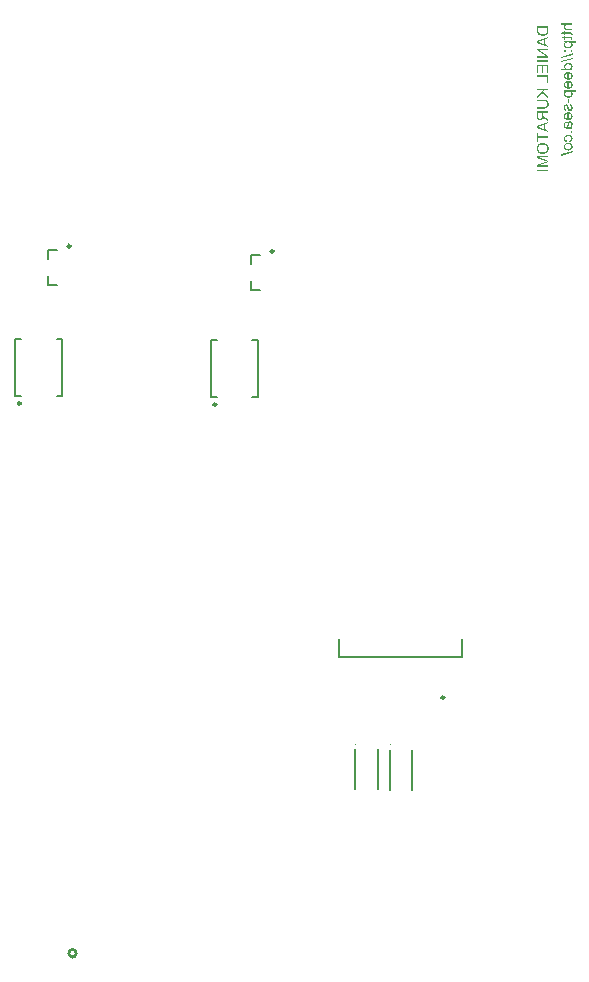
<source format=gbo>
%FSLAX25Y25*%
%MOIN*%
G70*
G01*
G75*
G04 Layer_Color=32896*
%ADD10O,0.06890X0.02165*%
%ADD11O,0.02165X0.06890*%
G04:AMPARAMS|DCode=12|XSize=78.74mil|YSize=39.37mil|CornerRadius=7.87mil|HoleSize=0mil|Usage=FLASHONLY|Rotation=270.000|XOffset=0mil|YOffset=0mil|HoleType=Round|Shape=RoundedRectangle|*
%AMROUNDEDRECTD12*
21,1,0.07874,0.02362,0,0,270.0*
21,1,0.06299,0.03937,0,0,270.0*
1,1,0.01575,-0.01181,-0.03150*
1,1,0.01575,-0.01181,0.03150*
1,1,0.01575,0.01181,0.03150*
1,1,0.01575,0.01181,-0.03150*
%
%ADD12ROUNDEDRECTD12*%
G04:AMPARAMS|DCode=13|XSize=39.37mil|YSize=78.74mil|CornerRadius=7.87mil|HoleSize=0mil|Usage=FLASHONLY|Rotation=270.000|XOffset=0mil|YOffset=0mil|HoleType=Round|Shape=RoundedRectangle|*
%AMROUNDEDRECTD13*
21,1,0.03937,0.06299,0,0,270.0*
21,1,0.02362,0.07874,0,0,270.0*
1,1,0.01575,-0.03150,-0.01181*
1,1,0.01575,-0.03150,0.01181*
1,1,0.01575,0.03150,0.01181*
1,1,0.01575,0.03150,-0.01181*
%
%ADD13ROUNDEDRECTD13*%
%ADD14R,0.03937X0.09449*%
%ADD15R,0.12992X0.09449*%
G04:AMPARAMS|DCode=16|XSize=83mil|YSize=55mil|CornerRadius=13.75mil|HoleSize=0mil|Usage=FLASHONLY|Rotation=90.000|XOffset=0mil|YOffset=0mil|HoleType=Round|Shape=RoundedRectangle|*
%AMROUNDEDRECTD16*
21,1,0.08300,0.02750,0,0,90.0*
21,1,0.05550,0.05500,0,0,90.0*
1,1,0.02750,0.01375,0.02775*
1,1,0.02750,0.01375,-0.02775*
1,1,0.02750,-0.01375,-0.02775*
1,1,0.02750,-0.01375,0.02775*
%
%ADD16ROUNDEDRECTD16*%
%ADD17R,0.03937X0.03937*%
%ADD18R,0.03937X0.03937*%
G04:AMPARAMS|DCode=19|XSize=74.8mil|YSize=74.8mil|CornerRadius=18.7mil|HoleSize=0mil|Usage=FLASHONLY|Rotation=90.000|XOffset=0mil|YOffset=0mil|HoleType=Round|Shape=RoundedRectangle|*
%AMROUNDEDRECTD19*
21,1,0.07480,0.03740,0,0,90.0*
21,1,0.03740,0.07480,0,0,90.0*
1,1,0.03740,0.01870,0.01870*
1,1,0.03740,0.01870,-0.01870*
1,1,0.03740,-0.01870,-0.01870*
1,1,0.03740,-0.01870,0.01870*
%
%ADD19ROUNDEDRECTD19*%
G04:AMPARAMS|DCode=20|XSize=15.75mil|YSize=53.15mil|CornerRadius=3.94mil|HoleSize=0mil|Usage=FLASHONLY|Rotation=90.000|XOffset=0mil|YOffset=0mil|HoleType=Round|Shape=RoundedRectangle|*
%AMROUNDEDRECTD20*
21,1,0.01575,0.04528,0,0,90.0*
21,1,0.00787,0.05315,0,0,90.0*
1,1,0.00787,0.02264,0.00394*
1,1,0.00787,0.02264,-0.00394*
1,1,0.00787,-0.02264,-0.00394*
1,1,0.00787,-0.02264,0.00394*
%
%ADD20ROUNDEDRECTD20*%
G04:AMPARAMS|DCode=21|XSize=70.87mil|YSize=74.8mil|CornerRadius=17.72mil|HoleSize=0mil|Usage=FLASHONLY|Rotation=90.000|XOffset=0mil|YOffset=0mil|HoleType=Round|Shape=RoundedRectangle|*
%AMROUNDEDRECTD21*
21,1,0.07087,0.03937,0,0,90.0*
21,1,0.03543,0.07480,0,0,90.0*
1,1,0.03543,0.01969,0.01772*
1,1,0.03543,0.01969,-0.01772*
1,1,0.03543,-0.01969,-0.01772*
1,1,0.03543,-0.01969,0.01772*
%
%ADD21ROUNDEDRECTD21*%
G04:AMPARAMS|DCode=22|XSize=82.68mil|YSize=62.99mil|CornerRadius=15.75mil|HoleSize=0mil|Usage=FLASHONLY|Rotation=90.000|XOffset=0mil|YOffset=0mil|HoleType=Round|Shape=RoundedRectangle|*
%AMROUNDEDRECTD22*
21,1,0.08268,0.03150,0,0,90.0*
21,1,0.05118,0.06299,0,0,90.0*
1,1,0.03150,0.01575,0.02559*
1,1,0.03150,0.01575,-0.02559*
1,1,0.03150,-0.01575,-0.02559*
1,1,0.03150,-0.01575,0.02559*
%
%ADD22ROUNDEDRECTD22*%
%ADD23R,0.07087X0.08661*%
%ADD24R,0.03740X0.03937*%
%ADD25R,0.07677X0.04724*%
%ADD26R,0.03937X0.03740*%
%ADD27C,0.02000*%
%ADD28C,0.01500*%
%ADD29C,0.01000*%
%ADD30C,0.10000*%
%ADD31C,0.09843*%
%ADD32C,0.10000*%
%ADD33R,0.05906X0.05906*%
%ADD34C,0.05906*%
%ADD35R,0.05906X0.05906*%
%ADD36C,0.05118*%
%ADD37C,0.05000*%
%ADD38R,0.02284X0.04646*%
%ADD39R,0.04134X0.12992*%
%ADD40R,0.41339X0.33071*%
%ADD41R,0.05118X0.02362*%
%ADD42R,0.08661X0.11417*%
%ADD43R,0.04724X0.07677*%
%ADD44C,0.02362*%
%ADD45C,0.00984*%
%ADD46C,0.00394*%
%ADD47C,0.00787*%
%ADD48C,0.00100*%
%ADD49O,0.07690X0.02965*%
%ADD50O,0.02965X0.07690*%
G04:AMPARAMS|DCode=51|XSize=86.74mil|YSize=47.37mil|CornerRadius=11.87mil|HoleSize=0mil|Usage=FLASHONLY|Rotation=270.000|XOffset=0mil|YOffset=0mil|HoleType=Round|Shape=RoundedRectangle|*
%AMROUNDEDRECTD51*
21,1,0.08674,0.02362,0,0,270.0*
21,1,0.06299,0.04737,0,0,270.0*
1,1,0.02375,-0.01181,-0.03150*
1,1,0.02375,-0.01181,0.03150*
1,1,0.02375,0.01181,0.03150*
1,1,0.02375,0.01181,-0.03150*
%
%ADD51ROUNDEDRECTD51*%
G04:AMPARAMS|DCode=52|XSize=47.37mil|YSize=86.74mil|CornerRadius=11.87mil|HoleSize=0mil|Usage=FLASHONLY|Rotation=270.000|XOffset=0mil|YOffset=0mil|HoleType=Round|Shape=RoundedRectangle|*
%AMROUNDEDRECTD52*
21,1,0.04737,0.06299,0,0,270.0*
21,1,0.02362,0.08674,0,0,270.0*
1,1,0.02375,-0.03150,-0.01181*
1,1,0.02375,-0.03150,0.01181*
1,1,0.02375,0.03150,0.01181*
1,1,0.02375,0.03150,-0.01181*
%
%ADD52ROUNDEDRECTD52*%
%ADD53R,0.04737X0.10249*%
%ADD54R,0.13792X0.10249*%
G04:AMPARAMS|DCode=55|XSize=91mil|YSize=63mil|CornerRadius=17.75mil|HoleSize=0mil|Usage=FLASHONLY|Rotation=90.000|XOffset=0mil|YOffset=0mil|HoleType=Round|Shape=RoundedRectangle|*
%AMROUNDEDRECTD55*
21,1,0.09100,0.02750,0,0,90.0*
21,1,0.05550,0.06300,0,0,90.0*
1,1,0.03550,0.01375,0.02775*
1,1,0.03550,0.01375,-0.02775*
1,1,0.03550,-0.01375,-0.02775*
1,1,0.03550,-0.01375,0.02775*
%
%ADD55ROUNDEDRECTD55*%
%ADD56R,0.04737X0.04737*%
%ADD57R,0.04737X0.04737*%
G04:AMPARAMS|DCode=58|XSize=82.8mil|YSize=82.8mil|CornerRadius=22.7mil|HoleSize=0mil|Usage=FLASHONLY|Rotation=90.000|XOffset=0mil|YOffset=0mil|HoleType=Round|Shape=RoundedRectangle|*
%AMROUNDEDRECTD58*
21,1,0.08280,0.03740,0,0,90.0*
21,1,0.03740,0.08280,0,0,90.0*
1,1,0.04540,0.01870,0.01870*
1,1,0.04540,0.01870,-0.01870*
1,1,0.04540,-0.01870,-0.01870*
1,1,0.04540,-0.01870,0.01870*
%
%ADD58ROUNDEDRECTD58*%
G04:AMPARAMS|DCode=59|XSize=23.75mil|YSize=61.15mil|CornerRadius=7.94mil|HoleSize=0mil|Usage=FLASHONLY|Rotation=90.000|XOffset=0mil|YOffset=0mil|HoleType=Round|Shape=RoundedRectangle|*
%AMROUNDEDRECTD59*
21,1,0.02375,0.04528,0,0,90.0*
21,1,0.00787,0.06115,0,0,90.0*
1,1,0.01587,0.02264,0.00394*
1,1,0.01587,0.02264,-0.00394*
1,1,0.01587,-0.02264,-0.00394*
1,1,0.01587,-0.02264,0.00394*
%
%ADD59ROUNDEDRECTD59*%
G04:AMPARAMS|DCode=60|XSize=78.87mil|YSize=82.8mil|CornerRadius=21.72mil|HoleSize=0mil|Usage=FLASHONLY|Rotation=90.000|XOffset=0mil|YOffset=0mil|HoleType=Round|Shape=RoundedRectangle|*
%AMROUNDEDRECTD60*
21,1,0.07887,0.03937,0,0,90.0*
21,1,0.03543,0.08280,0,0,90.0*
1,1,0.04343,0.01969,0.01772*
1,1,0.04343,0.01969,-0.01772*
1,1,0.04343,-0.01969,-0.01772*
1,1,0.04343,-0.01969,0.01772*
%
%ADD60ROUNDEDRECTD60*%
G04:AMPARAMS|DCode=61|XSize=90.68mil|YSize=70.99mil|CornerRadius=19.75mil|HoleSize=0mil|Usage=FLASHONLY|Rotation=90.000|XOffset=0mil|YOffset=0mil|HoleType=Round|Shape=RoundedRectangle|*
%AMROUNDEDRECTD61*
21,1,0.09068,0.03150,0,0,90.0*
21,1,0.05118,0.07099,0,0,90.0*
1,1,0.03950,0.01575,0.02559*
1,1,0.03950,0.01575,-0.02559*
1,1,0.03950,-0.01575,-0.02559*
1,1,0.03950,-0.01575,0.02559*
%
%ADD61ROUNDEDRECTD61*%
%ADD62R,0.07887X0.09461*%
%ADD63R,0.04540X0.04737*%
%ADD64R,0.08477X0.05524*%
%ADD65R,0.04737X0.04540*%
%ADD66C,0.10642*%
%ADD67C,0.10800*%
%ADD68R,0.06706X0.06706*%
%ADD69C,0.06706*%
%ADD70R,0.06706X0.06706*%
%ADD71C,0.05918*%
%ADD72R,0.03084X0.05446*%
%ADD73R,0.04934X0.13792*%
%ADD74R,0.42139X0.33871*%
%ADD75R,0.05918X0.03162*%
%ADD76R,0.09461X0.12217*%
%ADD77R,0.05524X0.08477*%
G36*
X432551Y491909D02*
X432546Y491782D01*
X432540Y491665D01*
X432529Y491560D01*
X432518Y491471D01*
X432507Y491393D01*
X432501Y491338D01*
X432496Y491321D01*
X432490Y491304D01*
Y491299D01*
Y491293D01*
X432462Y491193D01*
X432429Y491105D01*
X432401Y491027D01*
X432368Y490960D01*
X432340Y490905D01*
X432318Y490866D01*
X432301Y490844D01*
X432296Y490833D01*
X432246Y490761D01*
X432185Y490699D01*
X432129Y490638D01*
X432074Y490589D01*
X432024Y490544D01*
X431985Y490511D01*
X431957Y490489D01*
X431946Y490483D01*
X431857Y490427D01*
X431763Y490372D01*
X431674Y490328D01*
X431586Y490294D01*
X431508Y490261D01*
X431447Y490239D01*
X431425Y490233D01*
X431408Y490228D01*
X431397Y490222D01*
X431391D01*
X431258Y490189D01*
X431125Y490161D01*
X430997Y490144D01*
X430875Y490128D01*
X430770Y490122D01*
X430725D01*
X430686Y490117D01*
X430614D01*
X430426Y490122D01*
X430254Y490139D01*
X430098Y490167D01*
X430026Y490178D01*
X429965Y490194D01*
X429904Y490211D01*
X429854Y490222D01*
X429810Y490233D01*
X429771Y490250D01*
X429737Y490255D01*
X429715Y490267D01*
X429704Y490272D01*
X429699D01*
X429554Y490333D01*
X429426Y490405D01*
X429316Y490483D01*
X429221Y490555D01*
X429143Y490622D01*
X429088Y490677D01*
X429071Y490699D01*
X429055Y490716D01*
X429049Y490722D01*
X429044Y490727D01*
X428971Y490816D01*
X428916Y490910D01*
X428866Y491005D01*
X428827Y491093D01*
X428799Y491171D01*
X428783Y491232D01*
X428772Y491255D01*
Y491271D01*
X428766Y491282D01*
Y491288D01*
X428749Y491382D01*
X428733Y491493D01*
X428722Y491604D01*
X428716Y491715D01*
X428711Y491815D01*
Y491859D01*
Y491898D01*
Y491926D01*
Y491948D01*
Y491965D01*
Y491970D01*
Y493291D01*
X432551D01*
Y491909D01*
D02*
G37*
G36*
X440618Y451279D02*
X436644Y450163D01*
Y450541D01*
X440618Y451656D01*
Y451279D01*
D02*
G37*
G36*
X432551Y489301D02*
X431386Y488885D01*
Y487275D01*
X432551Y486826D01*
Y486248D01*
X428711Y487819D01*
Y488374D01*
X432551Y489839D01*
Y489301D01*
D02*
G37*
G36*
Y481370D02*
X428711D01*
Y481881D01*
X432551D01*
Y481370D01*
D02*
G37*
G36*
Y485355D02*
X429537D01*
X432551Y483346D01*
Y482819D01*
X428711D01*
Y483307D01*
X431730D01*
X428711Y485322D01*
Y485843D01*
X432551D01*
Y485355D01*
D02*
G37*
G36*
X439885Y461607D02*
X439941Y461602D01*
X440057Y461574D01*
X440152Y461535D01*
X440235Y461491D01*
X440301Y461446D01*
X440351Y461408D01*
X440379Y461380D01*
X440390Y461369D01*
X440462Y461269D01*
X440518Y461158D01*
X440557Y461036D01*
X440585Y460925D01*
X440601Y460825D01*
X440607Y460780D01*
Y460742D01*
X440612Y460708D01*
Y460686D01*
Y460669D01*
Y460664D01*
X440607Y460564D01*
X440596Y460464D01*
X440585Y460375D01*
X440568Y460298D01*
X440551Y460237D01*
X440534Y460187D01*
X440529Y460153D01*
X440523Y460142D01*
X440485Y460048D01*
X440435Y459959D01*
X440379Y459876D01*
X440329Y459793D01*
X440279Y459726D01*
X440240Y459676D01*
X440213Y459643D01*
X440202Y459637D01*
Y459632D01*
X440274Y459621D01*
X440340Y459609D01*
X440401Y459598D01*
X440451Y459582D01*
X440496Y459565D01*
X440523Y459554D01*
X440546Y459548D01*
X440551Y459543D01*
Y459049D01*
X440490Y459077D01*
X440429Y459104D01*
X440374Y459127D01*
X440324Y459138D01*
X440279Y459154D01*
X440246Y459160D01*
X440224Y459165D01*
X440218D01*
X440179Y459171D01*
X440129Y459176D01*
X440074D01*
X440013Y459182D01*
X439874Y459188D01*
X439735D01*
X439602Y459193D01*
X438648D01*
X438553Y459199D01*
X438481Y459204D01*
X438420D01*
X438376Y459210D01*
X438342Y459215D01*
X438326Y459221D01*
X438320D01*
X438248Y459237D01*
X438187Y459260D01*
X438137Y459282D01*
X438087Y459310D01*
X438054Y459332D01*
X438026Y459348D01*
X438009Y459360D01*
X438004Y459365D01*
X437959Y459410D01*
X437915Y459459D01*
X437882Y459515D01*
X437848Y459571D01*
X437826Y459621D01*
X437810Y459659D01*
X437798Y459687D01*
X437793Y459698D01*
X437765Y459787D01*
X437743Y459881D01*
X437726Y459976D01*
X437715Y460070D01*
X437710Y460153D01*
X437704Y460214D01*
Y460242D01*
Y460259D01*
Y460270D01*
Y460275D01*
X437710Y460409D01*
X437721Y460525D01*
X437737Y460636D01*
X437754Y460725D01*
X437771Y460803D01*
X437787Y460858D01*
X437793Y460880D01*
X437798Y460897D01*
X437804Y460903D01*
Y460908D01*
X437843Y461002D01*
X437893Y461086D01*
X437937Y461158D01*
X437982Y461219D01*
X438026Y461263D01*
X438059Y461297D01*
X438081Y461319D01*
X438087Y461324D01*
X438159Y461374D01*
X438237Y461419D01*
X438314Y461452D01*
X438387Y461480D01*
X438459Y461502D01*
X438509Y461519D01*
X438531Y461524D01*
X438548D01*
X438553Y461530D01*
X438559D01*
X438620Y461069D01*
X438520Y461036D01*
X438431Y461002D01*
X438359Y460964D01*
X438303Y460930D01*
X438259Y460897D01*
X438231Y460869D01*
X438215Y460847D01*
X438209Y460842D01*
X438170Y460775D01*
X438142Y460697D01*
X438120Y460614D01*
X438109Y460536D01*
X438098Y460459D01*
X438093Y460403D01*
Y460381D01*
Y460364D01*
Y460353D01*
Y460348D01*
X438098Y460220D01*
X438115Y460109D01*
X438142Y460020D01*
X438170Y459942D01*
X438203Y459887D01*
X438226Y459842D01*
X438248Y459815D01*
X438253Y459809D01*
X438303Y459765D01*
X438365Y459731D01*
X438431Y459704D01*
X438498Y459687D01*
X438559Y459676D01*
X438614Y459670D01*
X438731D01*
X438764Y459676D01*
X438781D01*
X438797Y459731D01*
X438814Y459793D01*
X438847Y459920D01*
X438875Y460065D01*
X438903Y460198D01*
X438914Y460264D01*
X438919Y460325D01*
X438931Y460381D01*
X438936Y460425D01*
X438942Y460464D01*
Y460492D01*
X438947Y460514D01*
Y460520D01*
X438958Y460619D01*
X438975Y460703D01*
X438986Y460775D01*
X438997Y460830D01*
X439003Y460875D01*
X439014Y460908D01*
X439019Y460930D01*
Y460936D01*
X439042Y461008D01*
X439064Y461069D01*
X439091Y461130D01*
X439114Y461180D01*
X439136Y461224D01*
X439158Y461252D01*
X439169Y461274D01*
X439175Y461280D01*
X439214Y461335D01*
X439258Y461380D01*
X439302Y461424D01*
X439347Y461457D01*
X439386Y461485D01*
X439419Y461508D01*
X439441Y461519D01*
X439447Y461524D01*
X439508Y461552D01*
X439574Y461574D01*
X439635Y461591D01*
X439697Y461602D01*
X439746Y461607D01*
X439785Y461613D01*
X439819D01*
X439885Y461607D01*
D02*
G37*
G36*
X439308Y464593D02*
X439425Y464582D01*
X439536Y464566D01*
X439635Y464543D01*
X439730Y464516D01*
X439819Y464488D01*
X439896Y464455D01*
X439968Y464421D01*
X440029Y464388D01*
X440085Y464355D01*
X440129Y464327D01*
X440168Y464299D01*
X440202Y464277D01*
X440224Y464260D01*
X440235Y464249D01*
X440240Y464244D01*
X440307Y464172D01*
X440363Y464099D01*
X440412Y464022D01*
X440457Y463938D01*
X440490Y463861D01*
X440523Y463777D01*
X440568Y463622D01*
X440579Y463550D01*
X440590Y463483D01*
X440601Y463422D01*
X440607Y463372D01*
X440612Y463333D01*
Y463300D01*
Y463278D01*
Y463272D01*
X440601Y463100D01*
X440573Y462945D01*
X440540Y462806D01*
X440518Y462751D01*
X440496Y462695D01*
X440474Y462645D01*
X440451Y462601D01*
X440435Y462568D01*
X440418Y462534D01*
X440401Y462512D01*
X440390Y462495D01*
X440379Y462484D01*
Y462479D01*
X440279Y462368D01*
X440174Y462279D01*
X440063Y462201D01*
X439957Y462146D01*
X439863Y462101D01*
X439819Y462085D01*
X439785Y462068D01*
X439752Y462057D01*
X439730Y462051D01*
X439719Y462046D01*
X439713D01*
X439652Y462534D01*
X439757Y462579D01*
X439846Y462629D01*
X439924Y462678D01*
X439985Y462723D01*
X440029Y462762D01*
X440063Y462795D01*
X440085Y462823D01*
X440091Y462828D01*
X440135Y462900D01*
X440168Y462973D01*
X440190Y463050D01*
X440207Y463117D01*
X440218Y463178D01*
X440224Y463228D01*
Y463261D01*
Y463267D01*
Y463272D01*
X440218Y463339D01*
X440213Y463400D01*
X440185Y463511D01*
X440146Y463611D01*
X440102Y463700D01*
X440063Y463766D01*
X440024Y463816D01*
X439996Y463850D01*
X439985Y463855D01*
Y463861D01*
X439885Y463938D01*
X439774Y463999D01*
X439652Y464044D01*
X439541Y464077D01*
X439441Y464094D01*
X439397Y464105D01*
X439358Y464110D01*
X439325D01*
X439302Y464116D01*
X439280D01*
Y462035D01*
X439225Y462029D01*
X439158D01*
X439031Y462035D01*
X438914Y462046D01*
X438803Y462063D01*
X438697Y462085D01*
X438603Y462112D01*
X438514Y462140D01*
X438437Y462174D01*
X438365Y462207D01*
X438298Y462240D01*
X438242Y462273D01*
X438198Y462301D01*
X438159Y462329D01*
X438126Y462351D01*
X438104Y462368D01*
X438093Y462379D01*
X438087Y462384D01*
X438020Y462451D01*
X437959Y462523D01*
X437909Y462601D01*
X437865Y462678D01*
X437826Y462756D01*
X437798Y462828D01*
X437771Y462906D01*
X437754Y462973D01*
X437737Y463045D01*
X437726Y463106D01*
X437715Y463161D01*
X437710Y463206D01*
X437704Y463245D01*
Y463278D01*
Y463295D01*
Y463300D01*
X437710Y463406D01*
X437721Y463506D01*
X437737Y463600D01*
X437765Y463689D01*
X437793Y463772D01*
X437826Y463850D01*
X437859Y463922D01*
X437898Y463983D01*
X437932Y464044D01*
X437970Y464094D01*
X438004Y464138D01*
X438031Y464172D01*
X438059Y464199D01*
X438076Y464221D01*
X438087Y464232D01*
X438093Y464238D01*
X438170Y464299D01*
X438253Y464355D01*
X438337Y464405D01*
X438425Y464449D01*
X438520Y464482D01*
X438609Y464510D01*
X438786Y464554D01*
X438864Y464571D01*
X438942Y464582D01*
X439008Y464588D01*
X439069Y464593D01*
X439119Y464599D01*
X439186D01*
X439308Y464593D01*
D02*
G37*
G36*
X440551Y457795D02*
X440013D01*
Y458333D01*
X440551D01*
Y457795D01*
D02*
G37*
G36*
X439286Y454459D02*
X439408Y454448D01*
X439519Y454431D01*
X439624Y454409D01*
X439719Y454381D01*
X439808Y454354D01*
X439891Y454320D01*
X439963Y454287D01*
X440029Y454254D01*
X440085Y454220D01*
X440129Y454193D01*
X440168Y454165D01*
X440202Y454143D01*
X440224Y454126D01*
X440235Y454115D01*
X440240Y454109D01*
X440307Y454037D01*
X440363Y453965D01*
X440412Y453887D01*
X440457Y453810D01*
X440490Y453732D01*
X440523Y453649D01*
X440568Y453499D01*
X440579Y453432D01*
X440590Y453366D01*
X440601Y453310D01*
X440607Y453260D01*
X440612Y453216D01*
Y453188D01*
Y453166D01*
Y453160D01*
X440607Y453027D01*
X440585Y452905D01*
X440557Y452788D01*
X440529Y452694D01*
X440496Y452611D01*
X440485Y452577D01*
X440474Y452550D01*
X440462Y452522D01*
X440451Y452505D01*
X440446Y452500D01*
Y452494D01*
X440374Y452383D01*
X440296Y452289D01*
X440218Y452206D01*
X440140Y452139D01*
X440074Y452089D01*
X440018Y452050D01*
X439996Y452039D01*
X439980Y452028D01*
X439974Y452023D01*
X439968D01*
X439841Y451967D01*
X439702Y451928D01*
X439563Y451895D01*
X439425Y451878D01*
X439363Y451867D01*
X439308D01*
X439253Y451862D01*
X439208Y451856D01*
X439119D01*
X438997Y451862D01*
X438886Y451873D01*
X438781Y451889D01*
X438681Y451911D01*
X438587Y451939D01*
X438503Y451973D01*
X438420Y452006D01*
X438353Y452039D01*
X438292Y452072D01*
X438237Y452106D01*
X438187Y452139D01*
X438148Y452167D01*
X438120Y452189D01*
X438098Y452206D01*
X438087Y452217D01*
X438081Y452222D01*
X438015Y452294D01*
X437959Y452367D01*
X437904Y452444D01*
X437865Y452522D01*
X437826Y452600D01*
X437798Y452677D01*
X437748Y452827D01*
X437737Y452899D01*
X437726Y452960D01*
X437715Y453016D01*
X437710Y453066D01*
X437704Y453105D01*
Y453132D01*
Y453155D01*
Y453160D01*
X437710Y453255D01*
X437715Y453343D01*
X437754Y453515D01*
X437804Y453665D01*
X437832Y453732D01*
X437859Y453793D01*
X437887Y453849D01*
X437915Y453893D01*
X437943Y453937D01*
X437965Y453971D01*
X437987Y453998D01*
X438004Y454021D01*
X438009Y454032D01*
X438015Y454037D01*
X438087Y454115D01*
X438170Y454176D01*
X438259Y454237D01*
X438348Y454281D01*
X438442Y454326D01*
X438542Y454359D01*
X438636Y454387D01*
X438725Y454409D01*
X438814Y454431D01*
X438892Y454442D01*
X438969Y454453D01*
X439031Y454459D01*
X439086D01*
X439125Y454464D01*
X439158D01*
X439286Y454459D01*
D02*
G37*
G36*
X439297Y457106D02*
X439413Y457095D01*
X439530Y457079D01*
X439630Y457056D01*
X439730Y457034D01*
X439813Y457001D01*
X439896Y456973D01*
X439968Y456940D01*
X440029Y456907D01*
X440085Y456879D01*
X440135Y456846D01*
X440174Y456823D01*
X440202Y456801D01*
X440224Y456784D01*
X440235Y456773D01*
X440240Y456768D01*
X440307Y456701D01*
X440363Y456629D01*
X440412Y456557D01*
X440457Y456479D01*
X440490Y456401D01*
X440523Y456329D01*
X440568Y456180D01*
X440579Y456113D01*
X440590Y456052D01*
X440601Y455996D01*
X440607Y455946D01*
X440612Y455907D01*
Y455880D01*
Y455858D01*
Y455852D01*
X440607Y455769D01*
X440601Y455686D01*
X440568Y455541D01*
X440529Y455408D01*
X440479Y455297D01*
X440451Y455253D01*
X440429Y455208D01*
X440407Y455169D01*
X440385Y455142D01*
X440368Y455119D01*
X440357Y455103D01*
X440351Y455092D01*
X440346Y455086D01*
X440290Y455031D01*
X440235Y454981D01*
X440113Y454892D01*
X439985Y454820D01*
X439868Y454770D01*
X439757Y454731D01*
X439713Y454720D01*
X439669Y454709D01*
X439635Y454703D01*
X439613Y454698D01*
X439597Y454692D01*
X439591D01*
X439530Y455158D01*
X439652Y455181D01*
X439763Y455214D01*
X439852Y455258D01*
X439924Y455297D01*
X439985Y455336D01*
X440024Y455369D01*
X440052Y455386D01*
X440057Y455397D01*
X440113Y455469D01*
X440152Y455547D01*
X440185Y455624D01*
X440202Y455697D01*
X440213Y455758D01*
X440218Y455813D01*
X440224Y455847D01*
Y455852D01*
Y455858D01*
X440218Y455919D01*
X440213Y455980D01*
X440185Y456091D01*
X440146Y456185D01*
X440096Y456268D01*
X440052Y456329D01*
X440013Y456379D01*
X439985Y456407D01*
X439974Y456418D01*
X439924Y456457D01*
X439863Y456490D01*
X439741Y456540D01*
X439602Y456579D01*
X439469Y456601D01*
X439347Y456618D01*
X439297Y456624D01*
X439247D01*
X439214Y456629D01*
X439058D01*
X438964Y456618D01*
X438875Y456607D01*
X438797Y456596D01*
X438725Y456579D01*
X438659Y456557D01*
X438598Y456540D01*
X438542Y456518D01*
X438498Y456496D01*
X438459Y456479D01*
X438425Y456457D01*
X438398Y456440D01*
X438376Y456429D01*
X438359Y456418D01*
X438353Y456407D01*
X438348D01*
X438303Y456363D01*
X438265Y456318D01*
X438198Y456224D01*
X438154Y456124D01*
X438126Y456035D01*
X438104Y455952D01*
X438098Y455891D01*
X438093Y455863D01*
Y455847D01*
Y455835D01*
Y455830D01*
X438098Y455747D01*
X438115Y455669D01*
X438137Y455602D01*
X438165Y455541D01*
X438192Y455497D01*
X438215Y455458D01*
X438231Y455436D01*
X438237Y455430D01*
X438292Y455375D01*
X438359Y455325D01*
X438431Y455280D01*
X438498Y455253D01*
X438559Y455225D01*
X438609Y455208D01*
X438642Y455203D01*
X438648Y455197D01*
X438653D01*
X438581Y454737D01*
X438431Y454775D01*
X438303Y454831D01*
X438192Y454892D01*
X438104Y454953D01*
X438031Y455014D01*
X437982Y455064D01*
X437948Y455097D01*
X437937Y455103D01*
Y455108D01*
X437859Y455225D01*
X437804Y455347D01*
X437759Y455469D01*
X437732Y455586D01*
X437715Y455691D01*
X437710Y455735D01*
Y455769D01*
X437704Y455802D01*
Y455824D01*
Y455841D01*
Y455847D01*
X437710Y455980D01*
X437732Y456102D01*
X437759Y456218D01*
X437787Y456313D01*
X437821Y456396D01*
X437837Y456429D01*
X437848Y456457D01*
X437859Y456479D01*
X437871Y456496D01*
X437876Y456507D01*
Y456512D01*
X437943Y456618D01*
X438026Y456712D01*
X438109Y456790D01*
X438192Y456857D01*
X438265Y456907D01*
X438326Y456940D01*
X438348Y456951D01*
X438365Y456962D01*
X438376Y456968D01*
X438381D01*
X438514Y457018D01*
X438648Y457051D01*
X438781Y457079D01*
X438903Y457095D01*
X438958Y457101D01*
X439008Y457106D01*
X439053D01*
X439091Y457112D01*
X439169D01*
X439297Y457106D01*
D02*
G37*
G36*
X429166Y456528D02*
X432551D01*
Y456017D01*
X429166D01*
Y454752D01*
X428711D01*
Y457794D01*
X429166D01*
Y456528D01*
D02*
G37*
G36*
X432551Y460968D02*
X431386Y460552D01*
Y458942D01*
X432551Y458493D01*
Y457916D01*
X428711Y459486D01*
Y460041D01*
X432551Y461507D01*
Y460968D01*
D02*
G37*
G36*
X430875Y454369D02*
X431047Y454347D01*
X431214Y454314D01*
X431286Y454291D01*
X431358Y454269D01*
X431419Y454253D01*
X431474Y454230D01*
X431524Y454214D01*
X431569Y454197D01*
X431602Y454186D01*
X431624Y454175D01*
X431641Y454164D01*
X431646D01*
X431808Y454070D01*
X431946Y453970D01*
X432068Y453859D01*
X432168Y453753D01*
X432252Y453659D01*
X432285Y453620D01*
X432307Y453587D01*
X432329Y453553D01*
X432346Y453531D01*
X432351Y453520D01*
X432357Y453514D01*
X432401Y453431D01*
X432440Y453348D01*
X432507Y453182D01*
X432551Y453020D01*
X432584Y452871D01*
X432596Y452799D01*
X432601Y452738D01*
X432612Y452682D01*
Y452632D01*
X432618Y452599D01*
Y452565D01*
Y452549D01*
Y452543D01*
X432607Y452360D01*
X432579Y452188D01*
X432546Y452027D01*
X432523Y451955D01*
X432501Y451888D01*
X432479Y451827D01*
X432457Y451772D01*
X432440Y451727D01*
X432423Y451688D01*
X432407Y451655D01*
X432396Y451627D01*
X432385Y451616D01*
Y451611D01*
X432285Y451455D01*
X432174Y451322D01*
X432057Y451211D01*
X431946Y451117D01*
X431841Y451039D01*
X431802Y451011D01*
X431763Y450989D01*
X431730Y450967D01*
X431708Y450956D01*
X431691Y450945D01*
X431685D01*
X431597Y450900D01*
X431508Y450867D01*
X431330Y450806D01*
X431153Y450762D01*
X430992Y450734D01*
X430920Y450728D01*
X430853Y450717D01*
X430792Y450712D01*
X430742D01*
X430697Y450706D01*
X430642D01*
X430431Y450717D01*
X430237Y450739D01*
X430148Y450756D01*
X430059Y450778D01*
X429982Y450801D01*
X429909Y450817D01*
X429843Y450839D01*
X429782Y450862D01*
X429732Y450878D01*
X429687Y450900D01*
X429654Y450912D01*
X429632Y450923D01*
X429615Y450934D01*
X429610D01*
X429449Y451022D01*
X429304Y451128D01*
X429182Y451239D01*
X429082Y451339D01*
X429005Y451433D01*
X428971Y451478D01*
X428944Y451511D01*
X428927Y451544D01*
X428910Y451566D01*
X428905Y451578D01*
X428899Y451583D01*
X428855Y451666D01*
X428816Y451750D01*
X428749Y451910D01*
X428705Y452077D01*
X428677Y452221D01*
X428666Y452288D01*
X428655Y452354D01*
X428650Y452404D01*
Y452454D01*
X428644Y452493D01*
Y452521D01*
Y452538D01*
Y452543D01*
X428650Y452693D01*
X428666Y452832D01*
X428694Y452965D01*
X428727Y453093D01*
X428772Y453209D01*
X428816Y453320D01*
X428866Y453420D01*
X428916Y453509D01*
X428966Y453592D01*
X429016Y453664D01*
X429060Y453725D01*
X429105Y453775D01*
X429138Y453814D01*
X429166Y453848D01*
X429182Y453864D01*
X429188Y453870D01*
X429293Y453959D01*
X429404Y454036D01*
X429526Y454108D01*
X429648Y454164D01*
X429776Y454214D01*
X429898Y454258D01*
X430020Y454291D01*
X430137Y454314D01*
X430248Y454336D01*
X430353Y454353D01*
X430448Y454364D01*
X430525Y454375D01*
X430592D01*
X430642Y454380D01*
X430686D01*
X430875Y454369D01*
D02*
G37*
G36*
X432551Y444984D02*
X428711D01*
Y445495D01*
X432551D01*
Y444984D01*
D02*
G37*
G36*
Y449579D02*
X429282D01*
X432551Y448469D01*
Y448014D01*
X429338Y446893D01*
X432551D01*
Y446405D01*
X428711D01*
Y447088D01*
X431386Y448009D01*
X431530Y448059D01*
X431652Y448098D01*
X431757Y448137D01*
X431846Y448164D01*
X431913Y448186D01*
X431963Y448203D01*
X431991Y448209D01*
X432002Y448214D01*
X431924Y448236D01*
X431835Y448264D01*
X431741Y448298D01*
X431646Y448325D01*
X431563Y448353D01*
X431497Y448375D01*
X431469Y448386D01*
X431452Y448392D01*
X431441Y448397D01*
X431436D01*
X428711Y449308D01*
Y450068D01*
X432551D01*
Y449579D01*
D02*
G37*
G36*
Y474510D02*
X432096D01*
Y476403D01*
X428711D01*
Y476913D01*
X432551D01*
Y474510D01*
D02*
G37*
G36*
Y477596D02*
X432096D01*
Y479955D01*
X430792D01*
Y477829D01*
X430337D01*
Y479955D01*
X429166D01*
Y477685D01*
X428711D01*
Y480465D01*
X432551D01*
Y477596D01*
D02*
G37*
G36*
Y471924D02*
X431219D01*
X430614Y471297D01*
X432551Y469931D01*
Y469260D01*
X430270Y470941D01*
X428711Y469332D01*
Y470026D01*
X430620Y471924D01*
X428711D01*
Y472434D01*
X432551D01*
Y471924D01*
D02*
G37*
G36*
Y464442D02*
X430847D01*
Y463854D01*
Y463788D01*
X430853Y463727D01*
Y463682D01*
X430858Y463643D01*
X430864Y463616D01*
Y463593D01*
X430869Y463582D01*
Y463577D01*
X430897Y463488D01*
X430914Y463449D01*
X430931Y463416D01*
X430947Y463382D01*
X430958Y463360D01*
X430964Y463349D01*
X430969Y463343D01*
X431003Y463299D01*
X431042Y463255D01*
X431125Y463171D01*
X431164Y463133D01*
X431197Y463105D01*
X431219Y463088D01*
X431225Y463083D01*
X431302Y463027D01*
X431386Y462966D01*
X431474Y462905D01*
X431558Y462844D01*
X431635Y462794D01*
X431697Y462755D01*
X431719Y462739D01*
X431735Y462727D01*
X431746Y462716D01*
X431752D01*
X432551Y462211D01*
Y461579D01*
X431508Y462239D01*
X431397Y462317D01*
X431297Y462389D01*
X431214Y462461D01*
X431136Y462522D01*
X431080Y462578D01*
X431036Y462622D01*
X431008Y462650D01*
X430997Y462661D01*
X430964Y462705D01*
X430925Y462755D01*
X430864Y462855D01*
X430842Y462899D01*
X430820Y462933D01*
X430808Y462955D01*
X430803Y462966D01*
X430786Y462866D01*
X430770Y462772D01*
X430742Y462689D01*
X430720Y462605D01*
X430692Y462533D01*
X430659Y462467D01*
X430631Y462406D01*
X430603Y462350D01*
X430570Y462306D01*
X430542Y462261D01*
X430520Y462228D01*
X430498Y462200D01*
X430481Y462178D01*
X430464Y462161D01*
X430459Y462156D01*
X430453Y462150D01*
X430398Y462106D01*
X430342Y462062D01*
X430226Y461995D01*
X430109Y461950D01*
X429998Y461917D01*
X429904Y461895D01*
X429865Y461889D01*
X429826D01*
X429798Y461884D01*
X429760D01*
X429643Y461889D01*
X429537Y461906D01*
X429438Y461934D01*
X429354Y461962D01*
X429282Y461995D01*
X429227Y462017D01*
X429193Y462039D01*
X429188Y462045D01*
X429182D01*
X429094Y462111D01*
X429016Y462178D01*
X428949Y462250D01*
X428899Y462317D01*
X428860Y462378D01*
X428838Y462428D01*
X428822Y462461D01*
X428816Y462467D01*
Y462472D01*
X428799Y462522D01*
X428783Y462583D01*
X428755Y462705D01*
X428738Y462839D01*
X428722Y462961D01*
X428716Y463077D01*
Y463127D01*
X428711Y463171D01*
Y463205D01*
Y463233D01*
Y463249D01*
Y463255D01*
Y464953D01*
X432551D01*
Y464442D01*
D02*
G37*
G36*
X431147Y468821D02*
X431247Y468816D01*
X431341Y468805D01*
X431425Y468794D01*
X431502Y468783D01*
X431574Y468766D01*
X431641Y468755D01*
X431702Y468744D01*
X431752Y468727D01*
X431796Y468716D01*
X431830Y468705D01*
X431857Y468694D01*
X431880Y468688D01*
X431891Y468683D01*
X431896D01*
X432018Y468622D01*
X432129Y468544D01*
X432218Y468466D01*
X432296Y468383D01*
X432357Y468311D01*
X432401Y468250D01*
X432412Y468227D01*
X432423Y468211D01*
X432435Y468200D01*
Y468194D01*
X432496Y468055D01*
X432540Y467911D01*
X432573Y467761D01*
X432596Y467623D01*
X432601Y467561D01*
X432607Y467500D01*
X432612Y467445D01*
Y467401D01*
X432618Y467362D01*
Y467334D01*
Y467317D01*
Y467312D01*
X432607Y467112D01*
X432596Y467023D01*
X432584Y466940D01*
X432568Y466857D01*
X432551Y466784D01*
X432535Y466718D01*
X432512Y466657D01*
X432490Y466601D01*
X432474Y466557D01*
X432457Y466513D01*
X432440Y466479D01*
X432423Y466452D01*
X432418Y466435D01*
X432407Y466424D01*
Y466418D01*
X432324Y466296D01*
X432229Y466196D01*
X432140Y466118D01*
X432052Y466052D01*
X431974Y466002D01*
X431913Y465969D01*
X431891Y465958D01*
X431874Y465946D01*
X431863Y465941D01*
X431857D01*
X431791Y465919D01*
X431719Y465897D01*
X431569Y465863D01*
X431413Y465841D01*
X431264Y465824D01*
X431197Y465819D01*
X431130Y465813D01*
X431075D01*
X431025Y465808D01*
X428711D01*
Y466318D01*
X431058D01*
X431180Y466329D01*
X431286Y466340D01*
X431386Y466357D01*
X431474Y466374D01*
X431558Y466396D01*
X431630Y466413D01*
X431691Y466435D01*
X431741Y466457D01*
X431791Y466479D01*
X431824Y466502D01*
X431857Y466518D01*
X431880Y466535D01*
X431896Y466546D01*
X431902Y466551D01*
X431907Y466557D01*
X431952Y466607D01*
X431991Y466662D01*
X432052Y466784D01*
X432096Y466912D01*
X432124Y467045D01*
X432146Y467168D01*
X432152Y467217D01*
Y467267D01*
X432157Y467301D01*
Y467334D01*
Y467351D01*
Y467356D01*
X432152Y467473D01*
X432135Y467578D01*
X432118Y467678D01*
X432091Y467756D01*
X432068Y467822D01*
X432052Y467872D01*
X432035Y467900D01*
X432029Y467911D01*
X431980Y467989D01*
X431918Y468055D01*
X431857Y468111D01*
X431802Y468150D01*
X431746Y468183D01*
X431708Y468211D01*
X431680Y468222D01*
X431669Y468227D01*
X431619Y468244D01*
X431569Y468255D01*
X431452Y468278D01*
X431330Y468294D01*
X431208Y468305D01*
X431103Y468311D01*
X431053D01*
X431014Y468316D01*
X428711D01*
Y468827D01*
X431042D01*
X431147Y468821D01*
D02*
G37*
G36*
X440618Y483818D02*
X436644Y482703D01*
Y483080D01*
X440618Y484196D01*
Y483818D01*
D02*
G37*
G36*
X438303Y484668D02*
X437765D01*
Y485206D01*
X438303D01*
Y484668D01*
D02*
G37*
G36*
X440618Y482326D02*
X436644Y481210D01*
Y481587D01*
X440618Y482703D01*
Y482326D01*
D02*
G37*
G36*
X439308Y478024D02*
X439425Y478013D01*
X439536Y477996D01*
X439635Y477974D01*
X439730Y477947D01*
X439819Y477919D01*
X439896Y477885D01*
X439968Y477852D01*
X440029Y477819D01*
X440085Y477786D01*
X440129Y477758D01*
X440168Y477730D01*
X440202Y477708D01*
X440224Y477691D01*
X440235Y477680D01*
X440240Y477675D01*
X440307Y477602D01*
X440363Y477530D01*
X440412Y477453D01*
X440457Y477369D01*
X440490Y477292D01*
X440523Y477208D01*
X440568Y477053D01*
X440579Y476981D01*
X440590Y476914D01*
X440601Y476853D01*
X440607Y476803D01*
X440612Y476764D01*
Y476731D01*
Y476709D01*
Y476703D01*
X440601Y476531D01*
X440573Y476376D01*
X440540Y476237D01*
X440518Y476182D01*
X440496Y476126D01*
X440474Y476076D01*
X440451Y476032D01*
X440435Y475998D01*
X440418Y475965D01*
X440401Y475943D01*
X440390Y475926D01*
X440379Y475915D01*
Y475910D01*
X440279Y475799D01*
X440174Y475710D01*
X440063Y475632D01*
X439957Y475577D01*
X439863Y475532D01*
X439819Y475516D01*
X439785Y475499D01*
X439752Y475488D01*
X439730Y475482D01*
X439719Y475477D01*
X439713D01*
X439652Y475965D01*
X439757Y476010D01*
X439846Y476060D01*
X439924Y476110D01*
X439985Y476154D01*
X440029Y476193D01*
X440063Y476226D01*
X440085Y476254D01*
X440091Y476259D01*
X440135Y476332D01*
X440168Y476404D01*
X440190Y476481D01*
X440207Y476548D01*
X440218Y476609D01*
X440224Y476659D01*
Y476692D01*
Y476698D01*
Y476703D01*
X440218Y476770D01*
X440213Y476831D01*
X440185Y476942D01*
X440146Y477042D01*
X440102Y477131D01*
X440063Y477197D01*
X440024Y477247D01*
X439996Y477281D01*
X439985Y477286D01*
Y477292D01*
X439885Y477369D01*
X439774Y477430D01*
X439652Y477475D01*
X439541Y477508D01*
X439441Y477525D01*
X439397Y477536D01*
X439358Y477541D01*
X439325D01*
X439302Y477547D01*
X439280D01*
Y475466D01*
X439225Y475460D01*
X439158D01*
X439031Y475466D01*
X438914Y475477D01*
X438803Y475493D01*
X438697Y475516D01*
X438603Y475543D01*
X438514Y475571D01*
X438437Y475604D01*
X438365Y475638D01*
X438298Y475671D01*
X438242Y475704D01*
X438198Y475732D01*
X438159Y475760D01*
X438126Y475782D01*
X438104Y475799D01*
X438093Y475810D01*
X438087Y475815D01*
X438020Y475882D01*
X437959Y475954D01*
X437909Y476032D01*
X437865Y476110D01*
X437826Y476187D01*
X437798Y476259D01*
X437771Y476337D01*
X437754Y476404D01*
X437737Y476476D01*
X437726Y476537D01*
X437715Y476592D01*
X437710Y476637D01*
X437704Y476676D01*
Y476709D01*
Y476726D01*
Y476731D01*
X437710Y476837D01*
X437721Y476936D01*
X437737Y477031D01*
X437765Y477120D01*
X437793Y477203D01*
X437826Y477281D01*
X437859Y477353D01*
X437898Y477414D01*
X437932Y477475D01*
X437970Y477525D01*
X438004Y477569D01*
X438031Y477602D01*
X438059Y477630D01*
X438076Y477652D01*
X438087Y477664D01*
X438093Y477669D01*
X438170Y477730D01*
X438253Y477786D01*
X438337Y477836D01*
X438425Y477880D01*
X438520Y477913D01*
X438609Y477941D01*
X438786Y477985D01*
X438864Y478002D01*
X438942Y478013D01*
X439008Y478019D01*
X439069Y478024D01*
X439119Y478030D01*
X439186D01*
X439308Y478024D01*
D02*
G37*
G36*
X439319Y481027D02*
X439463Y481010D01*
X439591Y480982D01*
X439702Y480955D01*
X439752Y480944D01*
X439791Y480933D01*
X439830Y480916D01*
X439863Y480905D01*
X439885Y480894D01*
X439902Y480888D01*
X439913Y480883D01*
X439919D01*
X440035Y480822D01*
X440135Y480749D01*
X440224Y480677D01*
X440296Y480605D01*
X440351Y480544D01*
X440396Y480494D01*
X440418Y480461D01*
X440429Y480455D01*
Y480450D01*
X440490Y480344D01*
X440534Y480239D01*
X440568Y480133D01*
X440590Y480039D01*
X440601Y479961D01*
X440607Y479895D01*
X440612Y479872D01*
Y479856D01*
Y479845D01*
Y479839D01*
X440607Y479745D01*
X440596Y479656D01*
X440573Y479573D01*
X440546Y479501D01*
X440518Y479428D01*
X440485Y479362D01*
X440446Y479306D01*
X440407Y479256D01*
X440368Y479206D01*
X440329Y479168D01*
X440296Y479134D01*
X440268Y479107D01*
X440240Y479084D01*
X440218Y479068D01*
X440207Y479062D01*
X440202Y479057D01*
X440551D01*
Y478618D01*
X436711D01*
Y479090D01*
X438087D01*
X438026Y479140D01*
X437976Y479195D01*
X437926Y479245D01*
X437887Y479301D01*
X437859Y479345D01*
X437832Y479379D01*
X437821Y479401D01*
X437815Y479412D01*
X437776Y479484D01*
X437748Y479562D01*
X437732Y479639D01*
X437715Y479711D01*
X437710Y479773D01*
X437704Y479817D01*
Y479850D01*
Y479856D01*
Y479861D01*
X437710Y479983D01*
X437732Y480100D01*
X437759Y480205D01*
X437793Y480294D01*
X437832Y480372D01*
X437859Y480427D01*
X437871Y480450D01*
X437882Y480466D01*
X437887Y480472D01*
Y480477D01*
X437959Y480577D01*
X438048Y480660D01*
X438131Y480733D01*
X438215Y480788D01*
X438292Y480833D01*
X438353Y480866D01*
X438376Y480877D01*
X438392Y480888D01*
X438403Y480894D01*
X438409D01*
X438537Y480938D01*
X438670Y480971D01*
X438797Y480999D01*
X438914Y481016D01*
X439014Y481027D01*
X439058D01*
X439091Y481032D01*
X439164D01*
X439319Y481027D01*
D02*
G37*
G36*
X438131Y491228D02*
X439885D01*
X439946Y491222D01*
X440007Y491217D01*
X440057D01*
X440102Y491211D01*
X440174Y491200D01*
X440229Y491189D01*
X440268Y491183D01*
X440290Y491172D01*
X440296D01*
X440346Y491150D01*
X440385Y491117D01*
X440423Y491083D01*
X440451Y491056D01*
X440479Y491022D01*
X440496Y491000D01*
X440507Y490983D01*
X440512Y490978D01*
X440540Y490917D01*
X440557Y490856D01*
X440573Y490789D01*
X440579Y490723D01*
X440585Y490667D01*
X440590Y490623D01*
Y490590D01*
Y490578D01*
X440585Y490456D01*
X440579Y490395D01*
X440568Y490340D01*
X440562Y490290D01*
X440557Y490251D01*
X440551Y490229D01*
Y490218D01*
X440135Y490279D01*
X440140Y490323D01*
X440146Y490368D01*
Y490406D01*
X440152Y490434D01*
Y490456D01*
Y490473D01*
Y490484D01*
Y490490D01*
X440146Y490562D01*
X440135Y490612D01*
X440124Y490639D01*
X440118Y490651D01*
X440091Y490689D01*
X440063Y490712D01*
X440041Y490728D01*
X440029Y490734D01*
X440002Y490739D01*
X439963Y490745D01*
X439874Y490750D01*
X439835Y490756D01*
X438131D01*
Y490279D01*
X437765D01*
Y490756D01*
X436794D01*
X437077Y491228D01*
X437765D01*
Y491577D01*
X438131D01*
Y491228D01*
D02*
G37*
G36*
X440551Y493820D02*
X439031D01*
X438914Y493814D01*
X438814Y493809D01*
X438725Y493797D01*
X438653Y493781D01*
X438598Y493764D01*
X438553Y493753D01*
X438531Y493747D01*
X438520Y493742D01*
X438453Y493709D01*
X438392Y493670D01*
X438342Y493625D01*
X438298Y493581D01*
X438265Y493542D01*
X438242Y493509D01*
X438226Y493487D01*
X438220Y493481D01*
X438181Y493409D01*
X438154Y493342D01*
X438137Y493276D01*
X438120Y493220D01*
X438115Y493165D01*
X438109Y493126D01*
Y493104D01*
Y493092D01*
X438115Y492993D01*
X438137Y492904D01*
X438159Y492832D01*
X438192Y492771D01*
X438220Y492721D01*
X438248Y492687D01*
X438270Y492665D01*
X438276Y492660D01*
X438342Y492610D01*
X438425Y492571D01*
X438509Y492543D01*
X438592Y492521D01*
X438670Y492510D01*
X438731Y492504D01*
X440551D01*
Y492032D01*
X438792D01*
X438648Y492038D01*
X438520Y492049D01*
X438414Y492066D01*
X438326Y492082D01*
X438253Y492099D01*
X438203Y492116D01*
X438176Y492127D01*
X438165Y492132D01*
X438087Y492177D01*
X438020Y492227D01*
X437965Y492282D01*
X437915Y492332D01*
X437876Y492382D01*
X437848Y492421D01*
X437832Y492449D01*
X437826Y492460D01*
X437787Y492549D01*
X437754Y492637D01*
X437732Y492726D01*
X437721Y492809D01*
X437710Y492882D01*
X437704Y492943D01*
Y492965D01*
Y492981D01*
Y492987D01*
Y492993D01*
X437710Y493081D01*
X437721Y493170D01*
X437737Y493254D01*
X437765Y493331D01*
X437826Y493475D01*
X437859Y493537D01*
X437893Y493592D01*
X437932Y493642D01*
X437965Y493692D01*
X437998Y493731D01*
X438026Y493758D01*
X438054Y493786D01*
X438070Y493803D01*
X438081Y493814D01*
X438087Y493820D01*
X436711D01*
Y494291D01*
X440551D01*
Y493820D01*
D02*
G37*
G36*
X438131Y489735D02*
X439885D01*
X439946Y489729D01*
X440007Y489724D01*
X440057D01*
X440102Y489718D01*
X440174Y489707D01*
X440229Y489696D01*
X440268Y489690D01*
X440290Y489679D01*
X440296D01*
X440346Y489657D01*
X440385Y489624D01*
X440423Y489591D01*
X440451Y489563D01*
X440479Y489529D01*
X440496Y489507D01*
X440507Y489491D01*
X440512Y489485D01*
X440540Y489424D01*
X440557Y489363D01*
X440573Y489296D01*
X440579Y489230D01*
X440585Y489174D01*
X440590Y489130D01*
Y489096D01*
Y489085D01*
X440585Y488963D01*
X440579Y488902D01*
X440568Y488847D01*
X440562Y488797D01*
X440557Y488758D01*
X440551Y488736D01*
Y488725D01*
X440135Y488786D01*
X440140Y488830D01*
X440146Y488874D01*
Y488913D01*
X440152Y488941D01*
Y488963D01*
Y488980D01*
Y488991D01*
Y488997D01*
X440146Y489069D01*
X440135Y489119D01*
X440124Y489147D01*
X440118Y489158D01*
X440091Y489196D01*
X440063Y489219D01*
X440041Y489235D01*
X440029Y489241D01*
X440002Y489246D01*
X439963Y489252D01*
X439874Y489257D01*
X439835Y489263D01*
X438131D01*
Y488786D01*
X437765D01*
Y489263D01*
X436794D01*
X437077Y489735D01*
X437765D01*
Y490084D01*
X438131D01*
Y489735D01*
D02*
G37*
G36*
X440551Y484668D02*
X440013D01*
Y485206D01*
X440551D01*
Y484668D01*
D02*
G37*
G36*
X441617Y487848D02*
X440263D01*
X440318Y487803D01*
X440368Y487753D01*
X440412Y487698D01*
X440446Y487653D01*
X440479Y487609D01*
X440501Y487576D01*
X440512Y487548D01*
X440518Y487542D01*
X440551Y487470D01*
X440573Y487398D01*
X440590Y487326D01*
X440601Y487259D01*
X440607Y487204D01*
X440612Y487160D01*
Y487132D01*
Y487121D01*
X440607Y487004D01*
X440585Y486888D01*
X440557Y486788D01*
X440523Y486693D01*
X440490Y486616D01*
X440462Y486560D01*
X440451Y486538D01*
X440440Y486521D01*
X440435Y486516D01*
Y486510D01*
X440357Y486405D01*
X440274Y486316D01*
X440190Y486238D01*
X440107Y486177D01*
X440029Y486127D01*
X439968Y486088D01*
X439946Y486077D01*
X439930Y486066D01*
X439919Y486061D01*
X439913D01*
X439780Y486011D01*
X439646Y485972D01*
X439519Y485944D01*
X439397Y485922D01*
X439297Y485911D01*
X439253D01*
X439214Y485905D01*
X439142D01*
X438997Y485911D01*
X438858Y485927D01*
X438736Y485950D01*
X438625Y485977D01*
X438537Y486005D01*
X438498Y486016D01*
X438464Y486027D01*
X438442Y486038D01*
X438425Y486044D01*
X438414Y486050D01*
X438409D01*
X438292Y486105D01*
X438187Y486172D01*
X438098Y486238D01*
X438026Y486305D01*
X437970Y486366D01*
X437926Y486416D01*
X437904Y486449D01*
X437893Y486455D01*
Y486460D01*
X437832Y486566D01*
X437782Y486671D01*
X437748Y486777D01*
X437726Y486876D01*
X437715Y486960D01*
X437710Y486999D01*
X437704Y487026D01*
Y487054D01*
Y487071D01*
Y487082D01*
Y487087D01*
X437710Y487187D01*
X437721Y487276D01*
X437737Y487354D01*
X437759Y487420D01*
X437782Y487476D01*
X437798Y487520D01*
X437810Y487542D01*
X437815Y487554D01*
X437859Y487620D01*
X437909Y487687D01*
X437959Y487742D01*
X438015Y487792D01*
X438059Y487837D01*
X438098Y487864D01*
X438120Y487887D01*
X438131Y487892D01*
X437765D01*
Y488319D01*
X441617D01*
Y487848D01*
D02*
G37*
G36*
X439397Y467640D02*
X438925D01*
Y469100D01*
X439397D01*
Y467640D01*
D02*
G37*
G36*
X439308Y475038D02*
X439425Y475027D01*
X439536Y475011D01*
X439635Y474988D01*
X439730Y474961D01*
X439819Y474933D01*
X439896Y474900D01*
X439968Y474866D01*
X440029Y474833D01*
X440085Y474800D01*
X440129Y474772D01*
X440168Y474744D01*
X440202Y474722D01*
X440224Y474705D01*
X440235Y474694D01*
X440240Y474689D01*
X440307Y474617D01*
X440363Y474544D01*
X440412Y474467D01*
X440457Y474383D01*
X440490Y474306D01*
X440523Y474223D01*
X440568Y474067D01*
X440579Y473995D01*
X440590Y473928D01*
X440601Y473867D01*
X440607Y473817D01*
X440612Y473778D01*
Y473745D01*
Y473723D01*
Y473717D01*
X440601Y473545D01*
X440573Y473390D01*
X440540Y473251D01*
X440518Y473196D01*
X440496Y473140D01*
X440474Y473090D01*
X440451Y473046D01*
X440435Y473013D01*
X440418Y472979D01*
X440401Y472957D01*
X440390Y472940D01*
X440379Y472929D01*
Y472924D01*
X440279Y472813D01*
X440174Y472724D01*
X440063Y472646D01*
X439957Y472591D01*
X439863Y472546D01*
X439819Y472530D01*
X439785Y472513D01*
X439752Y472502D01*
X439730Y472497D01*
X439719Y472491D01*
X439713D01*
X439652Y472979D01*
X439757Y473024D01*
X439846Y473074D01*
X439924Y473124D01*
X439985Y473168D01*
X440029Y473207D01*
X440063Y473240D01*
X440085Y473268D01*
X440091Y473274D01*
X440135Y473346D01*
X440168Y473418D01*
X440190Y473495D01*
X440207Y473562D01*
X440218Y473623D01*
X440224Y473673D01*
Y473706D01*
Y473712D01*
Y473717D01*
X440218Y473784D01*
X440213Y473845D01*
X440185Y473956D01*
X440146Y474056D01*
X440102Y474145D01*
X440063Y474211D01*
X440024Y474261D01*
X439996Y474295D01*
X439985Y474300D01*
Y474306D01*
X439885Y474383D01*
X439774Y474444D01*
X439652Y474489D01*
X439541Y474522D01*
X439441Y474539D01*
X439397Y474550D01*
X439358Y474555D01*
X439325D01*
X439302Y474561D01*
X439280D01*
Y472480D01*
X439225Y472474D01*
X439158D01*
X439031Y472480D01*
X438914Y472491D01*
X438803Y472508D01*
X438697Y472530D01*
X438603Y472557D01*
X438514Y472585D01*
X438437Y472619D01*
X438365Y472652D01*
X438298Y472685D01*
X438242Y472718D01*
X438198Y472746D01*
X438159Y472774D01*
X438126Y472796D01*
X438104Y472813D01*
X438093Y472824D01*
X438087Y472829D01*
X438020Y472896D01*
X437959Y472968D01*
X437909Y473046D01*
X437865Y473124D01*
X437826Y473201D01*
X437798Y473274D01*
X437771Y473351D01*
X437754Y473418D01*
X437737Y473490D01*
X437726Y473551D01*
X437715Y473606D01*
X437710Y473651D01*
X437704Y473690D01*
Y473723D01*
Y473740D01*
Y473745D01*
X437710Y473851D01*
X437721Y473951D01*
X437737Y474045D01*
X437765Y474134D01*
X437793Y474217D01*
X437826Y474295D01*
X437859Y474367D01*
X437898Y474428D01*
X437932Y474489D01*
X437970Y474539D01*
X438004Y474583D01*
X438031Y474617D01*
X438059Y474644D01*
X438076Y474667D01*
X438087Y474678D01*
X438093Y474683D01*
X438170Y474744D01*
X438253Y474800D01*
X438337Y474850D01*
X438425Y474894D01*
X438520Y474927D01*
X438609Y474955D01*
X438786Y475000D01*
X438864Y475016D01*
X438942Y475027D01*
X439008Y475033D01*
X439069Y475038D01*
X439119Y475044D01*
X439186D01*
X439308Y475038D01*
D02*
G37*
G36*
X439874Y467274D02*
X440013Y467224D01*
X440124Y467163D01*
X440218Y467102D01*
X440296Y467046D01*
X440346Y466996D01*
X440379Y466963D01*
X440385Y466958D01*
X440390Y466952D01*
X440429Y466896D01*
X440462Y466835D01*
X440518Y466702D01*
X440557Y466564D01*
X440585Y466430D01*
X440596Y466369D01*
X440601Y466314D01*
X440607Y466258D01*
Y466214D01*
X440612Y466175D01*
Y466147D01*
Y466131D01*
Y466125D01*
X440607Y466003D01*
X440596Y465898D01*
X440579Y465798D01*
X440557Y465709D01*
X440534Y465637D01*
X440518Y465581D01*
X440507Y465548D01*
X440501Y465542D01*
Y465537D01*
X440451Y465442D01*
X440401Y465365D01*
X440346Y465298D01*
X440296Y465237D01*
X440251Y465193D01*
X440213Y465165D01*
X440190Y465143D01*
X440179Y465137D01*
X440102Y465093D01*
X440018Y465060D01*
X439946Y465032D01*
X439880Y465015D01*
X439819Y465004D01*
X439774Y464998D01*
X439735D01*
X439646Y465004D01*
X439569Y465015D01*
X439502Y465037D01*
X439441Y465054D01*
X439391Y465076D01*
X439358Y465098D01*
X439336Y465109D01*
X439330Y465115D01*
X439275Y465159D01*
X439225Y465209D01*
X439180Y465259D01*
X439147Y465309D01*
X439119Y465359D01*
X439103Y465392D01*
X439091Y465415D01*
X439086Y465426D01*
X439069Y465465D01*
X439053Y465509D01*
X439014Y465615D01*
X438975Y465731D01*
X438942Y465848D01*
X438908Y465953D01*
X438897Y466003D01*
X438886Y466042D01*
X438875Y466075D01*
X438869Y466103D01*
X438864Y466119D01*
Y466125D01*
X438847Y466186D01*
X438831Y466242D01*
X438820Y466292D01*
X438803Y466336D01*
X438786Y466408D01*
X438770Y466464D01*
X438753Y466503D01*
X438747Y466525D01*
X438742Y466536D01*
Y466541D01*
X438720Y466586D01*
X438703Y466625D01*
X438681Y466658D01*
X438664Y466680D01*
X438648Y466702D01*
X438631Y466713D01*
X438625Y466719D01*
X438620Y466724D01*
X438564Y466758D01*
X438509Y466774D01*
X438487D01*
X438470Y466780D01*
X438453D01*
X438403Y466774D01*
X438353Y466758D01*
X438309Y466736D01*
X438276Y466708D01*
X438242Y466686D01*
X438220Y466663D01*
X438209Y466647D01*
X438203Y466641D01*
X438165Y466580D01*
X438137Y466508D01*
X438120Y466430D01*
X438104Y466358D01*
X438098Y466286D01*
X438093Y466230D01*
Y466208D01*
Y466192D01*
Y466181D01*
Y466175D01*
X438098Y466081D01*
X438109Y465992D01*
X438131Y465920D01*
X438154Y465864D01*
X438176Y465814D01*
X438198Y465781D01*
X438209Y465759D01*
X438215Y465753D01*
X438265Y465698D01*
X438320Y465659D01*
X438376Y465626D01*
X438425Y465598D01*
X438476Y465581D01*
X438514Y465570D01*
X438537Y465564D01*
X438548D01*
X438487Y465104D01*
X438392Y465126D01*
X438309Y465148D01*
X438237Y465176D01*
X438170Y465204D01*
X438126Y465232D01*
X438087Y465254D01*
X438065Y465265D01*
X438059Y465270D01*
X438004Y465320D01*
X437954Y465376D01*
X437909Y465437D01*
X437871Y465498D01*
X437843Y465553D01*
X437821Y465598D01*
X437810Y465626D01*
X437804Y465631D01*
Y465637D01*
X437771Y465731D01*
X437748Y465831D01*
X437726Y465925D01*
X437715Y466014D01*
X437710Y466097D01*
X437704Y466158D01*
Y466181D01*
Y466197D01*
Y466208D01*
Y466214D01*
Y466292D01*
X437715Y466369D01*
X437721Y466436D01*
X437732Y466497D01*
X437743Y466547D01*
X437754Y466586D01*
X437759Y466608D01*
X437765Y466619D01*
X437787Y466686D01*
X437810Y466747D01*
X437832Y466797D01*
X437854Y466841D01*
X437871Y466874D01*
X437887Y466896D01*
X437893Y466913D01*
X437898Y466919D01*
X437937Y466974D01*
X437982Y467019D01*
X438031Y467058D01*
X438070Y467091D01*
X438109Y467119D01*
X438137Y467135D01*
X438159Y467146D01*
X438165Y467152D01*
X438226Y467180D01*
X438281Y467202D01*
X438342Y467213D01*
X438392Y467224D01*
X438442Y467230D01*
X438476Y467235D01*
X438509D01*
X438587Y467230D01*
X438653Y467218D01*
X438720Y467202D01*
X438775Y467185D01*
X438820Y467169D01*
X438858Y467152D01*
X438881Y467141D01*
X438886Y467135D01*
X438947Y467091D01*
X438997Y467041D01*
X439042Y466991D01*
X439080Y466941D01*
X439108Y466896D01*
X439130Y466863D01*
X439142Y466841D01*
X439147Y466830D01*
X439164Y466791D01*
X439186Y466741D01*
X439225Y466630D01*
X439258Y466514D01*
X439297Y466392D01*
X439325Y466286D01*
X439341Y466236D01*
X439352Y466192D01*
X439363Y466158D01*
X439369Y466131D01*
X439375Y466114D01*
Y466108D01*
X439391Y466036D01*
X439408Y465975D01*
X439425Y465920D01*
X439441Y465870D01*
X439452Y465825D01*
X439469Y465787D01*
X439491Y465720D01*
X439508Y465675D01*
X439524Y465648D01*
X439530Y465631D01*
X439536Y465626D01*
X439569Y465576D01*
X439613Y465542D01*
X439652Y465515D01*
X439691Y465498D01*
X439730Y465487D01*
X439757Y465481D01*
X439785D01*
X439852Y465487D01*
X439907Y465504D01*
X439963Y465531D01*
X440007Y465559D01*
X440046Y465592D01*
X440074Y465615D01*
X440091Y465637D01*
X440096Y465642D01*
X440140Y465709D01*
X440168Y465781D01*
X440190Y465864D01*
X440207Y465942D01*
X440218Y466014D01*
X440224Y466070D01*
Y466092D01*
Y466108D01*
Y466119D01*
Y466125D01*
X440218Y466242D01*
X440202Y466341D01*
X440179Y466425D01*
X440152Y466497D01*
X440124Y466552D01*
X440102Y466597D01*
X440085Y466619D01*
X440079Y466630D01*
X440018Y466691D01*
X439946Y466741D01*
X439874Y466774D01*
X439808Y466802D01*
X439746Y466824D01*
X439691Y466835D01*
X439658Y466847D01*
X439646D01*
X439719Y467313D01*
X439874Y467274D01*
D02*
G37*
G36*
X441617Y471425D02*
X440263D01*
X440318Y471381D01*
X440368Y471331D01*
X440412Y471276D01*
X440446Y471231D01*
X440479Y471187D01*
X440501Y471153D01*
X440512Y471126D01*
X440518Y471120D01*
X440551Y471048D01*
X440573Y470976D01*
X440590Y470904D01*
X440601Y470837D01*
X440607Y470782D01*
X440612Y470737D01*
Y470709D01*
Y470698D01*
X440607Y470582D01*
X440585Y470465D01*
X440557Y470365D01*
X440523Y470271D01*
X440490Y470193D01*
X440462Y470138D01*
X440451Y470116D01*
X440440Y470099D01*
X440435Y470093D01*
Y470088D01*
X440357Y469982D01*
X440274Y469894D01*
X440190Y469816D01*
X440107Y469755D01*
X440029Y469705D01*
X439968Y469666D01*
X439946Y469655D01*
X439930Y469644D01*
X439919Y469638D01*
X439913D01*
X439780Y469588D01*
X439646Y469549D01*
X439519Y469522D01*
X439397Y469499D01*
X439297Y469488D01*
X439253D01*
X439214Y469483D01*
X439142D01*
X438997Y469488D01*
X438858Y469505D01*
X438736Y469527D01*
X438625Y469555D01*
X438537Y469583D01*
X438498Y469594D01*
X438464Y469605D01*
X438442Y469616D01*
X438425Y469622D01*
X438414Y469627D01*
X438409D01*
X438292Y469683D01*
X438187Y469749D01*
X438098Y469816D01*
X438026Y469882D01*
X437970Y469944D01*
X437926Y469993D01*
X437904Y470027D01*
X437893Y470032D01*
Y470038D01*
X437832Y470143D01*
X437782Y470249D01*
X437748Y470354D01*
X437726Y470454D01*
X437715Y470537D01*
X437710Y470576D01*
X437704Y470604D01*
Y470632D01*
Y470648D01*
Y470659D01*
Y470665D01*
X437710Y470765D01*
X437721Y470854D01*
X437737Y470931D01*
X437759Y470998D01*
X437782Y471054D01*
X437798Y471098D01*
X437810Y471120D01*
X437815Y471131D01*
X437859Y471198D01*
X437909Y471264D01*
X437959Y471320D01*
X438015Y471370D01*
X438059Y471414D01*
X438098Y471442D01*
X438120Y471464D01*
X438131Y471470D01*
X437765D01*
Y471897D01*
X441617D01*
Y471425D01*
D02*
G37*
%LPC*%
G36*
X430969Y460402D02*
X429848Y459986D01*
X429710Y459936D01*
X429576Y459897D01*
X429454Y459858D01*
X429343Y459830D01*
X429249Y459808D01*
X429210Y459797D01*
X429171Y459792D01*
X429149Y459780D01*
X429127D01*
X429116Y459775D01*
X429110D01*
X429238Y459736D01*
X429371Y459692D01*
X429504Y459647D01*
X429632Y459603D01*
X429687Y459581D01*
X429743Y459564D01*
X429793Y459547D01*
X429832Y459531D01*
X429865Y459520D01*
X429893Y459509D01*
X429909Y459503D01*
X429915D01*
X430969Y459103D01*
Y460402D01*
D02*
G37*
G36*
X439835Y461108D02*
X439802D01*
X439757Y461102D01*
X439713Y461097D01*
X439680Y461086D01*
X439646Y461075D01*
X439619Y461063D01*
X439597Y461058D01*
X439585Y461047D01*
X439580D01*
X439513Y460991D01*
X439469Y460925D01*
X439452Y460903D01*
X439441Y460880D01*
X439430Y460864D01*
Y460858D01*
X439408Y460803D01*
X439391Y460742D01*
X439375Y460675D01*
X439363Y460608D01*
X439352Y460547D01*
X439341Y460492D01*
X439336Y460459D01*
Y460453D01*
Y460447D01*
X439319Y460353D01*
X439308Y460264D01*
X439291Y460187D01*
X439275Y460109D01*
X439258Y460037D01*
X439241Y459976D01*
X439230Y459915D01*
X439214Y459865D01*
X439202Y459820D01*
X439191Y459781D01*
X439180Y459748D01*
X439169Y459720D01*
X439164Y459698D01*
X439158Y459682D01*
X439153Y459676D01*
Y459670D01*
X439330Y459676D01*
X439441Y459682D01*
X439536Y459687D01*
X439613Y459698D01*
X439680Y459715D01*
X439730Y459731D01*
X439769Y459743D01*
X439791Y459748D01*
X439796Y459754D01*
X439868Y459798D01*
X439935Y459842D01*
X439991Y459898D01*
X440035Y459948D01*
X440074Y459992D01*
X440102Y460031D01*
X440118Y460053D01*
X440124Y460065D01*
X440163Y460148D01*
X440190Y460231D01*
X440213Y460309D01*
X440224Y460386D01*
X440235Y460447D01*
X440240Y460503D01*
Y460536D01*
Y460542D01*
Y460547D01*
X440235Y460647D01*
X440224Y460731D01*
X440202Y460803D01*
X440179Y460864D01*
X440157Y460908D01*
X440135Y460941D01*
X440124Y460964D01*
X440118Y460969D01*
X440068Y461014D01*
X440013Y461047D01*
X439963Y461075D01*
X439913Y461091D01*
X439868Y461102D01*
X439835Y461108D01*
D02*
G37*
G36*
X438892Y464088D02*
X438764Y464072D01*
X438648Y464038D01*
X438548Y463999D01*
X438470Y463955D01*
X438403Y463916D01*
X438353Y463877D01*
X438326Y463855D01*
X438314Y463844D01*
X438242Y463755D01*
X438187Y463666D01*
X438148Y463572D01*
X438120Y463483D01*
X438104Y463411D01*
X438098Y463350D01*
X438093Y463328D01*
Y463311D01*
Y463300D01*
Y463295D01*
X438098Y463228D01*
X438104Y463167D01*
X438137Y463050D01*
X438181Y462951D01*
X438231Y462867D01*
X438281Y462801D01*
X438326Y462751D01*
X438359Y462723D01*
X438365Y462712D01*
X438370D01*
X438442Y462662D01*
X438525Y462617D01*
X438609Y462590D01*
X438697Y462562D01*
X438770Y462545D01*
X438836Y462534D01*
X438858D01*
X438875Y462529D01*
X438892D01*
Y464088D01*
D02*
G37*
G36*
X439225Y487892D02*
X439075D01*
X438986Y487881D01*
X438903Y487870D01*
X438820Y487859D01*
X438747Y487837D01*
X438681Y487820D01*
X438620Y487798D01*
X438564Y487776D01*
X438520Y487759D01*
X438476Y487737D01*
X438442Y487715D01*
X438409Y487698D01*
X438387Y487687D01*
X438370Y487676D01*
X438365Y487665D01*
X438359D01*
X438309Y487620D01*
X438265Y487576D01*
X438226Y487531D01*
X438192Y487481D01*
X438142Y487393D01*
X438109Y487309D01*
X438093Y487237D01*
X438081Y487182D01*
X438076Y487160D01*
Y487143D01*
Y487137D01*
Y487132D01*
X438081Y487076D01*
X438087Y487021D01*
X438115Y486921D01*
X438159Y486832D01*
X438209Y486754D01*
X438259Y486693D01*
X438298Y486649D01*
X438331Y486621D01*
X438337Y486610D01*
X438342D01*
X438392Y486571D01*
X438453Y486538D01*
X438581Y486482D01*
X438709Y486444D01*
X438836Y486416D01*
X438953Y486399D01*
X439003Y486394D01*
X439047D01*
X439086Y486388D01*
X439236D01*
X439330Y486399D01*
X439419Y486410D01*
X439502Y486421D01*
X439574Y486438D01*
X439641Y486460D01*
X439708Y486482D01*
X439757Y486499D01*
X439808Y486521D01*
X439846Y486544D01*
X439885Y486560D01*
X439913Y486582D01*
X439935Y486593D01*
X439952Y486605D01*
X439957Y486616D01*
X439963D01*
X440007Y486660D01*
X440046Y486704D01*
X440113Y486793D01*
X440157Y486882D01*
X440190Y486965D01*
X440207Y487043D01*
X440218Y487099D01*
X440224Y487121D01*
Y487137D01*
Y487149D01*
Y487154D01*
X440218Y487210D01*
X440213Y487265D01*
X440185Y487365D01*
X440140Y487454D01*
X440096Y487531D01*
X440052Y487593D01*
X440007Y487637D01*
X439980Y487665D01*
X439968Y487676D01*
X439919Y487715D01*
X439863Y487748D01*
X439735Y487803D01*
X439608Y487837D01*
X439474Y487864D01*
X439358Y487881D01*
X439308Y487887D01*
X439264D01*
X439225Y487892D01*
D02*
G37*
G36*
X430758Y453859D02*
X430692D01*
X430537Y453853D01*
X430392Y453842D01*
X430254Y453825D01*
X430131Y453797D01*
X430020Y453770D01*
X429920Y453736D01*
X429826Y453698D01*
X429748Y453664D01*
X429676Y453625D01*
X429615Y453592D01*
X429565Y453559D01*
X429526Y453531D01*
X429493Y453503D01*
X429471Y453487D01*
X429460Y453476D01*
X429454Y453470D01*
X429388Y453398D01*
X429332Y453320D01*
X429282Y453242D01*
X429238Y453159D01*
X429205Y453082D01*
X429171Y453004D01*
X429127Y452860D01*
X429116Y452793D01*
X429105Y452732D01*
X429094Y452682D01*
X429088Y452632D01*
X429082Y452593D01*
Y452565D01*
Y452549D01*
Y452543D01*
X429088Y452404D01*
X429110Y452271D01*
X429143Y452155D01*
X429177Y452055D01*
X429216Y451972D01*
X429232Y451938D01*
X429243Y451910D01*
X429260Y451883D01*
X429266Y451866D01*
X429277Y451861D01*
Y451855D01*
X429354Y451750D01*
X429443Y451655D01*
X429532Y451572D01*
X429621Y451505D01*
X429699Y451455D01*
X429765Y451417D01*
X429787Y451405D01*
X429804Y451394D01*
X429815Y451389D01*
X429821D01*
X429954Y451333D01*
X430098Y451295D01*
X430231Y451267D01*
X430359Y451250D01*
X430420Y451239D01*
X430470Y451233D01*
X430520D01*
X430559Y451228D01*
X430636D01*
X430770Y451233D01*
X430897Y451244D01*
X431019Y451261D01*
X431130Y451283D01*
X431230Y451317D01*
X431325Y451344D01*
X431413Y451378D01*
X431491Y451411D01*
X431558Y451450D01*
X431619Y451483D01*
X431669Y451511D01*
X431708Y451539D01*
X431741Y451566D01*
X431769Y451583D01*
X431780Y451594D01*
X431785Y451600D01*
X431857Y451672D01*
X431918Y451750D01*
X431968Y451827D01*
X432018Y451905D01*
X432057Y451983D01*
X432085Y452066D01*
X432113Y452138D01*
X432135Y452216D01*
X432152Y452282D01*
X432163Y452349D01*
X432174Y452404D01*
X432179Y452454D01*
Y452493D01*
X432185Y452521D01*
Y452543D01*
Y452549D01*
X432179Y452654D01*
X432168Y452754D01*
X432146Y452843D01*
X432124Y452932D01*
X432091Y453015D01*
X432057Y453093D01*
X432024Y453165D01*
X431985Y453231D01*
X431946Y453287D01*
X431913Y453337D01*
X431880Y453381D01*
X431846Y453420D01*
X431824Y453448D01*
X431802Y453470D01*
X431791Y453481D01*
X431785Y453487D01*
X431708Y453553D01*
X431624Y453609D01*
X431535Y453659D01*
X431447Y453703D01*
X431352Y453736D01*
X431264Y453770D01*
X431086Y453814D01*
X431008Y453825D01*
X430931Y453836D01*
X430864Y453848D01*
X430808Y453853D01*
X430758Y453859D01*
D02*
G37*
G36*
X438892Y477519D02*
X438764Y477503D01*
X438648Y477469D01*
X438548Y477430D01*
X438470Y477386D01*
X438403Y477347D01*
X438353Y477308D01*
X438326Y477286D01*
X438314Y477275D01*
X438242Y477186D01*
X438187Y477097D01*
X438148Y477003D01*
X438120Y476914D01*
X438104Y476842D01*
X438098Y476781D01*
X438093Y476759D01*
Y476742D01*
Y476731D01*
Y476726D01*
X438098Y476659D01*
X438104Y476598D01*
X438137Y476481D01*
X438181Y476381D01*
X438231Y476298D01*
X438281Y476232D01*
X438326Y476182D01*
X438359Y476154D01*
X438365Y476143D01*
X438370D01*
X438442Y476093D01*
X438525Y476049D01*
X438609Y476021D01*
X438697Y475993D01*
X438770Y475976D01*
X438836Y475965D01*
X438858D01*
X438875Y475960D01*
X438892D01*
Y477519D01*
D02*
G37*
G36*
X432096Y492781D02*
X429166D01*
Y491976D01*
Y491893D01*
X429171Y491821D01*
Y491748D01*
X429177Y491682D01*
X429193Y491571D01*
X429205Y491482D01*
X429221Y491410D01*
X429238Y491360D01*
X429243Y491332D01*
X429249Y491321D01*
X429299Y491221D01*
X429360Y491127D01*
X429432Y491044D01*
X429504Y490971D01*
X429571Y490916D01*
X429626Y490871D01*
X429648Y490860D01*
X429665Y490849D01*
X429676Y490838D01*
X429682D01*
X429743Y490805D01*
X429815Y490772D01*
X429959Y490722D01*
X430115Y490688D01*
X430265Y490661D01*
X430331Y490655D01*
X430398Y490650D01*
X430453Y490644D01*
X430503D01*
X430548Y490638D01*
X430603D01*
X430758Y490644D01*
X430903Y490655D01*
X431031Y490672D01*
X431142Y490688D01*
X431186Y490699D01*
X431225Y490711D01*
X431264Y490722D01*
X431291Y490727D01*
X431314Y490733D01*
X431330Y490738D01*
X431341Y490744D01*
X431347D01*
X431452Y490783D01*
X431547Y490827D01*
X431630Y490877D01*
X431702Y490921D01*
X431757Y490960D01*
X431796Y490994D01*
X431819Y491016D01*
X431830Y491021D01*
X431874Y491077D01*
X431913Y491132D01*
X431946Y491188D01*
X431980Y491243D01*
X432002Y491293D01*
X432018Y491332D01*
X432024Y491360D01*
X432029Y491371D01*
X432052Y491454D01*
X432068Y491554D01*
X432079Y491654D01*
X432085Y491748D01*
X432091Y491832D01*
X432096Y491870D01*
Y491904D01*
Y491926D01*
Y491948D01*
Y491959D01*
Y491965D01*
Y492781D01*
D02*
G37*
G36*
X430969Y488735D02*
X429848Y488318D01*
X429710Y488269D01*
X429576Y488230D01*
X429454Y488191D01*
X429343Y488163D01*
X429249Y488141D01*
X429210Y488130D01*
X429171Y488124D01*
X429149Y488113D01*
X429127D01*
X429116Y488108D01*
X429110D01*
X429238Y488069D01*
X429371Y488024D01*
X429504Y487980D01*
X429632Y487936D01*
X429687Y487913D01*
X429743Y487897D01*
X429793Y487880D01*
X429832Y487863D01*
X429865Y487852D01*
X429893Y487841D01*
X429909Y487836D01*
X429915D01*
X430969Y487436D01*
Y488735D01*
D02*
G37*
G36*
X438892Y474533D02*
X438764Y474517D01*
X438648Y474483D01*
X438548Y474444D01*
X438470Y474400D01*
X438403Y474361D01*
X438353Y474322D01*
X438326Y474300D01*
X438314Y474289D01*
X438242Y474200D01*
X438187Y474112D01*
X438148Y474017D01*
X438120Y473928D01*
X438104Y473856D01*
X438098Y473795D01*
X438093Y473773D01*
Y473756D01*
Y473745D01*
Y473740D01*
X438098Y473673D01*
X438104Y473612D01*
X438137Y473495D01*
X438181Y473396D01*
X438231Y473312D01*
X438281Y473246D01*
X438326Y473196D01*
X438359Y473168D01*
X438365Y473157D01*
X438370D01*
X438442Y473107D01*
X438525Y473063D01*
X438609Y473035D01*
X438697Y473007D01*
X438770Y472990D01*
X438836Y472979D01*
X438858D01*
X438875Y472974D01*
X438892D01*
Y474533D01*
D02*
G37*
G36*
X439208Y453982D02*
X439158D01*
X439064Y453976D01*
X438969Y453971D01*
X438886Y453960D01*
X438808Y453943D01*
X438736Y453926D01*
X438670Y453909D01*
X438614Y453887D01*
X438559Y453865D01*
X438514Y453843D01*
X438470Y453821D01*
X438437Y453804D01*
X438409Y453787D01*
X438387Y453771D01*
X438370Y453760D01*
X438365Y453749D01*
X438359D01*
X438314Y453704D01*
X438270Y453654D01*
X438203Y453560D01*
X438159Y453460D01*
X438126Y453366D01*
X438104Y453282D01*
X438098Y453221D01*
X438093Y453194D01*
Y453177D01*
Y453166D01*
Y453160D01*
X438098Y453094D01*
X438104Y453033D01*
X438131Y452922D01*
X438176Y452822D01*
X438226Y452739D01*
X438276Y452672D01*
X438314Y452622D01*
X438348Y452589D01*
X438353Y452577D01*
X438359D01*
X438409Y452533D01*
X438470Y452500D01*
X438592Y452439D01*
X438725Y452394D01*
X438847Y452367D01*
X438964Y452350D01*
X439014Y452344D01*
X439058D01*
X439091Y452339D01*
X439241D01*
X439336Y452350D01*
X439419Y452361D01*
X439502Y452378D01*
X439574Y452394D01*
X439641Y452417D01*
X439702Y452433D01*
X439757Y452455D01*
X439802Y452478D01*
X439846Y452500D01*
X439880Y452522D01*
X439907Y452539D01*
X439930Y452555D01*
X439946Y452566D01*
X439952Y452572D01*
X439957Y452577D01*
X440002Y452622D01*
X440046Y452672D01*
X440113Y452766D01*
X440157Y452866D01*
X440190Y452955D01*
X440207Y453038D01*
X440218Y453099D01*
X440224Y453127D01*
Y453144D01*
Y453155D01*
Y453160D01*
X440218Y453227D01*
X440213Y453288D01*
X440185Y453405D01*
X440140Y453504D01*
X440091Y453588D01*
X440046Y453654D01*
X440002Y453704D01*
X439974Y453737D01*
X439963Y453743D01*
Y453749D01*
X439907Y453787D01*
X439852Y453826D01*
X439724Y453882D01*
X439591Y453926D01*
X439458Y453954D01*
X439341Y453971D01*
X439291Y453976D01*
X439247D01*
X439208Y453982D01*
D02*
G37*
G36*
X430409Y464442D02*
X429138D01*
Y463233D01*
X429143Y463083D01*
X429166Y462955D01*
X429193Y462844D01*
X429227Y462761D01*
X429260Y462689D01*
X429288Y462644D01*
X429310Y462616D01*
X429316Y462605D01*
X429388Y462539D01*
X429460Y462489D01*
X429537Y462456D01*
X429604Y462428D01*
X429671Y462417D01*
X429721Y462411D01*
X429754Y462406D01*
X429765D01*
X429832Y462411D01*
X429898Y462422D01*
X429954Y462439D01*
X430004Y462456D01*
X430048Y462478D01*
X430081Y462494D01*
X430104Y462505D01*
X430109Y462511D01*
X430165Y462550D01*
X430215Y462600D01*
X430254Y462650D01*
X430287Y462700D01*
X430309Y462744D01*
X430326Y462777D01*
X430337Y462800D01*
X430342Y462811D01*
X430365Y462888D01*
X430381Y462977D01*
X430392Y463066D01*
X430398Y463155D01*
X430403Y463233D01*
X430409Y463299D01*
Y463321D01*
Y463338D01*
Y463349D01*
Y463355D01*
Y464442D01*
D02*
G37*
G36*
X439214Y480549D02*
X439064D01*
X438969Y480538D01*
X438881Y480527D01*
X438803Y480516D01*
X438731Y480500D01*
X438664Y480483D01*
X438603Y480466D01*
X438548Y480444D01*
X438503Y480422D01*
X438464Y480405D01*
X438431Y480389D01*
X438403Y480372D01*
X438381Y480355D01*
X438365Y480350D01*
X438359Y480339D01*
X438353D01*
X438309Y480300D01*
X438265Y480255D01*
X438203Y480167D01*
X438154Y480078D01*
X438126Y479994D01*
X438104Y479922D01*
X438098Y479861D01*
X438093Y479839D01*
Y479822D01*
Y479817D01*
Y479811D01*
X438098Y479750D01*
X438104Y479695D01*
X438137Y479589D01*
X438176Y479495D01*
X438226Y479417D01*
X438276Y479356D01*
X438320Y479306D01*
X438353Y479279D01*
X438359Y479268D01*
X438365D01*
X438420Y479229D01*
X438476Y479195D01*
X438609Y479140D01*
X438747Y479101D01*
X438881Y479073D01*
X438947Y479062D01*
X439008Y479057D01*
X439064Y479051D01*
X439108D01*
X439147Y479045D01*
X439297D01*
X439386Y479057D01*
X439463Y479068D01*
X439541Y479079D01*
X439608Y479095D01*
X439674Y479118D01*
X439730Y479134D01*
X439780Y479156D01*
X439824Y479179D01*
X439868Y479195D01*
X439896Y479217D01*
X439924Y479234D01*
X439946Y479245D01*
X439963Y479256D01*
X439968Y479268D01*
X439974D01*
X440018Y479306D01*
X440057Y479351D01*
X440118Y479439D01*
X440163Y479528D01*
X440190Y479612D01*
X440213Y479684D01*
X440218Y479745D01*
X440224Y479767D01*
Y479778D01*
Y479789D01*
Y479795D01*
X440218Y479850D01*
X440213Y479906D01*
X440185Y480006D01*
X440140Y480100D01*
X440091Y480178D01*
X440046Y480239D01*
X440002Y480289D01*
X439974Y480316D01*
X439963Y480322D01*
Y480328D01*
X439907Y480366D01*
X439852Y480400D01*
X439724Y480455D01*
X439591Y480494D01*
X439463Y480522D01*
X439347Y480538D01*
X439297Y480544D01*
X439253D01*
X439214Y480549D01*
D02*
G37*
G36*
X439225Y471470D02*
X439075D01*
X438986Y471459D01*
X438903Y471448D01*
X438820Y471436D01*
X438747Y471414D01*
X438681Y471398D01*
X438620Y471375D01*
X438564Y471353D01*
X438520Y471337D01*
X438476Y471314D01*
X438442Y471292D01*
X438409Y471276D01*
X438387Y471264D01*
X438370Y471253D01*
X438365Y471242D01*
X438359D01*
X438309Y471198D01*
X438265Y471153D01*
X438226Y471109D01*
X438192Y471059D01*
X438142Y470970D01*
X438109Y470887D01*
X438093Y470815D01*
X438081Y470759D01*
X438076Y470737D01*
Y470720D01*
Y470715D01*
Y470709D01*
X438081Y470654D01*
X438087Y470598D01*
X438115Y470499D01*
X438159Y470410D01*
X438209Y470332D01*
X438259Y470271D01*
X438298Y470226D01*
X438331Y470199D01*
X438337Y470188D01*
X438342D01*
X438392Y470149D01*
X438453Y470116D01*
X438581Y470060D01*
X438709Y470021D01*
X438836Y469993D01*
X438953Y469977D01*
X439003Y469971D01*
X439047D01*
X439086Y469966D01*
X439236D01*
X439330Y469977D01*
X439419Y469988D01*
X439502Y469999D01*
X439574Y470016D01*
X439641Y470038D01*
X439708Y470060D01*
X439757Y470077D01*
X439808Y470099D01*
X439846Y470121D01*
X439885Y470138D01*
X439913Y470160D01*
X439935Y470171D01*
X439952Y470182D01*
X439957Y470193D01*
X439963D01*
X440007Y470238D01*
X440046Y470282D01*
X440113Y470371D01*
X440157Y470460D01*
X440190Y470543D01*
X440207Y470621D01*
X440218Y470676D01*
X440224Y470698D01*
Y470715D01*
Y470726D01*
Y470732D01*
X440218Y470787D01*
X440213Y470843D01*
X440185Y470942D01*
X440140Y471031D01*
X440096Y471109D01*
X440052Y471170D01*
X440007Y471214D01*
X439980Y471242D01*
X439968Y471253D01*
X439919Y471292D01*
X439863Y471325D01*
X439735Y471381D01*
X439608Y471414D01*
X439474Y471442D01*
X439358Y471459D01*
X439308Y471464D01*
X439264D01*
X439225Y471470D01*
D02*
G37*
%LPD*%
D29*
X275178Y184252D02*
G03*
X275178Y184252I-1261J0D01*
G01*
D45*
X397894Y269488D02*
G03*
X397894Y269488I-492J0D01*
G01*
X273228Y419980D02*
G03*
X273228Y419980I-492J0D01*
G01*
X256693Y367618D02*
G03*
X256693Y367618I-492J0D01*
G01*
X321850Y367224D02*
G03*
X321850Y367224I-492J0D01*
G01*
X340945Y418209D02*
G03*
X340945Y418209I-492J0D01*
G01*
D46*
X379921Y253740D02*
G03*
X379921Y253740I-197J0D01*
G01*
X368307Y253839D02*
G03*
X368307Y253839I-197J0D01*
G01*
D47*
X362697Y283071D02*
Y288976D01*
Y283071D02*
X403642D01*
Y288976D01*
X265846Y418799D02*
X268602D01*
X265846Y415650D02*
Y418799D01*
Y406988D02*
X268602D01*
X265846D02*
Y410138D01*
X268602Y370177D02*
X270571D01*
X268602Y389075D02*
X270571D01*
X254823Y370177D02*
X256791D01*
X254823Y389075D02*
X256791D01*
X270571Y370177D02*
Y389075D01*
X254823Y370177D02*
Y389075D01*
X333760Y369783D02*
X335728D01*
X333760Y388681D02*
X335728D01*
X319980Y369783D02*
X321949D01*
X319980Y388681D02*
X321949D01*
X335728Y369783D02*
Y388681D01*
X319980Y369783D02*
Y388681D01*
X387205Y238779D02*
Y252165D01*
X379724Y238779D02*
Y252165D01*
X375590Y238878D02*
Y252264D01*
X368110Y238878D02*
Y252264D01*
X333563Y417028D02*
X336319D01*
X333563Y413878D02*
Y417028D01*
Y405217D02*
X336319D01*
X333563D02*
Y408366D01*
M02*

</source>
